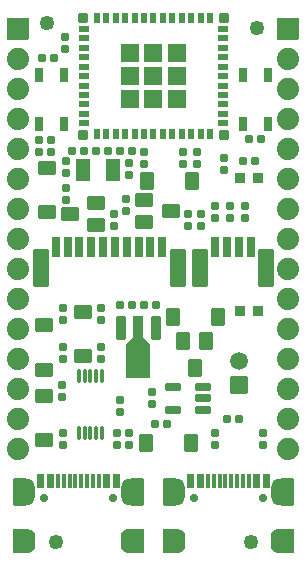
<source format=gbr>
G04 #@! TF.GenerationSoftware,KiCad,Pcbnew,7.0.9-7.0.9~ubuntu22.04.1*
G04 #@! TF.CreationDate,2023-12-08T11:13:10+02:00*
G04 #@! TF.ProjectId,ESP32-H2-DevKit-LiPo_Rev_A,45535033-322d-4483-922d-4465764b6974,A*
G04 #@! TF.SameCoordinates,PX7cc0090PY6a95280*
G04 #@! TF.FileFunction,Soldermask,Top*
G04 #@! TF.FilePolarity,Negative*
%FSLAX46Y46*%
G04 Gerber Fmt 4.6, Leading zero omitted, Abs format (unit mm)*
G04 Created by KiCad (PCBNEW 7.0.9-7.0.9~ubuntu22.04.1) date 2023-12-08 11:13:10*
%MOMM*%
%LPD*%
G01*
G04 APERTURE LIST*
G04 Aperture macros list*
%AMRoundRect*
0 Rectangle with rounded corners*
0 $1 Rounding radius*
0 $2 $3 $4 $5 $6 $7 $8 $9 X,Y pos of 4 corners*
0 Add a 4 corners polygon primitive as box body*
4,1,4,$2,$3,$4,$5,$6,$7,$8,$9,$2,$3,0*
0 Add four circle primitives for the rounded corners*
1,1,$1+$1,$2,$3*
1,1,$1+$1,$4,$5*
1,1,$1+$1,$6,$7*
1,1,$1+$1,$8,$9*
0 Add four rect primitives between the rounded corners*
20,1,$1+$1,$2,$3,$4,$5,0*
20,1,$1+$1,$4,$5,$6,$7,0*
20,1,$1+$1,$6,$7,$8,$9,0*
20,1,$1+$1,$8,$9,$2,$3,0*%
%AMFreePoly0*
4,1,15,0.335921,0.435921,0.338231,0.433452,1.038231,-0.366548,1.050687,-0.403379,1.033452,-0.438231,1.000000,-0.450800,-1.000000,-0.450800,-1.035921,-0.435921,-1.050800,-0.400000,-1.038231,-0.366548,-0.338231,0.433452,-0.303379,0.450687,-0.300000,0.450800,0.300000,0.450800,0.335921,0.435921,0.335921,0.435921,$1*%
G04 Aperture macros list end*
%ADD10RoundRect,0.050800X-0.275000X0.250000X-0.275000X-0.250000X0.275000X-0.250000X0.275000X0.250000X0*%
%ADD11RoundRect,0.050800X0.275000X-0.250000X0.275000X0.250000X-0.275000X0.250000X-0.275000X-0.250000X0*%
%ADD12RoundRect,0.050800X-0.250000X-0.275000X0.250000X-0.275000X0.250000X0.275000X-0.250000X0.275000X0*%
%ADD13RoundRect,0.050800X0.250000X0.275000X-0.250000X0.275000X-0.250000X-0.275000X0.250000X-0.275000X0*%
%ADD14RoundRect,0.050800X-0.700000X0.500000X-0.700000X-0.500000X0.700000X-0.500000X0.700000X0.500000X0*%
%ADD15RoundRect,0.050800X-0.500000X-0.700000X0.500000X-0.700000X0.500000X0.700000X-0.500000X0.700000X0*%
%ADD16C,1.254000*%
%ADD17RoundRect,0.050800X-0.325000X0.525000X-0.325000X-0.525000X0.325000X-0.525000X0.325000X0.525000X0*%
%ADD18RoundRect,0.050800X-0.125000X-0.500000X0.125000X-0.500000X0.125000X0.500000X-0.125000X0.500000X0*%
%ADD19RoundRect,0.050800X-0.400000X-0.400000X0.400000X-0.400000X0.400000X0.400000X-0.400000X0.400000X0*%
%ADD20RoundRect,0.050800X0.500000X-0.700000X0.500000X0.700000X-0.500000X0.700000X-0.500000X-0.700000X0*%
%ADD21RoundRect,0.050800X-0.600000X-0.275000X0.600000X-0.275000X0.600000X0.275000X-0.600000X0.275000X0*%
%ADD22C,0.701600*%
%ADD23RoundRect,0.050800X-0.550000X-1.100000X0.550000X-1.100000X0.550000X1.100000X-0.550000X1.100000X0*%
%ADD24O,1.301600X2.301600*%
%ADD25RoundRect,0.050800X-0.550000X-1.000000X0.550000X-1.000000X0.550000X1.000000X-0.550000X1.000000X0*%
%ADD26O,1.401600X2.101600*%
%ADD27RoundRect,0.050800X-0.150000X-0.575000X0.150000X-0.575000X0.150000X0.575000X-0.150000X0.575000X0*%
%ADD28RoundRect,0.050800X-0.125000X-0.575000X0.125000X-0.575000X0.125000X0.575000X-0.125000X0.575000X0*%
%ADD29RoundRect,0.050800X-0.700000X-0.500000X0.700000X-0.500000X0.700000X0.500000X-0.700000X0.500000X0*%
%ADD30RoundRect,0.050800X0.700000X0.500000X-0.700000X0.500000X-0.700000X-0.500000X0.700000X-0.500000X0*%
%ADD31RoundRect,0.050800X0.700000X-0.700000X0.700000X0.700000X-0.700000X0.700000X-0.700000X-0.700000X0*%
%ADD32C,1.501600*%
%ADD33RoundRect,0.050800X0.600000X1.550000X-0.600000X1.550000X-0.600000X-1.550000X0.600000X-1.550000X0*%
%ADD34RoundRect,0.050800X0.300000X0.775000X-0.300000X0.775000X-0.300000X-0.775000X0.300000X-0.775000X0*%
%ADD35RoundRect,0.050800X0.700000X-0.500000X0.700000X0.500000X-0.700000X0.500000X-0.700000X-0.500000X0*%
%ADD36RoundRect,0.050800X-0.500000X-0.900000X0.500000X-0.900000X0.500000X0.900000X-0.500000X0.900000X0*%
%ADD37RoundRect,0.050800X0.350000X0.950000X-0.350000X0.950000X-0.350000X-0.950000X0.350000X-0.950000X0*%
%ADD38RoundRect,0.050800X1.000000X1.300000X-1.000000X1.300000X-1.000000X-1.300000X1.000000X-1.300000X0*%
%ADD39FreePoly0,0.000000*%
%ADD40RoundRect,0.050800X0.400000X0.950000X-0.400000X0.950000X-0.400000X-0.950000X0.400000X-0.950000X0*%
%ADD41RoundRect,0.050800X0.400000X-0.200000X0.400000X0.200000X-0.400000X0.200000X-0.400000X-0.200000X0*%
%ADD42RoundRect,0.050800X-0.200000X-0.400000X0.200000X-0.400000X0.200000X0.400000X-0.200000X0.400000X0*%
%ADD43RoundRect,0.050800X0.725000X-0.725000X0.725000X0.725000X-0.725000X0.725000X-0.725000X-0.725000X0*%
%ADD44RoundRect,0.050800X-0.350000X-0.350000X0.350000X-0.350000X0.350000X0.350000X-0.350000X0.350000X0*%
%ADD45RoundRect,0.050800X-0.889000X0.889000X-0.889000X-0.889000X0.889000X-0.889000X0.889000X0.889000X0*%
%ADD46C,1.879600*%
G04 APERTURE END LIST*
D10*
X8255000Y18669000D03*
D11*
X8255000Y19685000D03*
D12*
X4318000Y44196000D03*
D13*
X3302000Y44196000D03*
D11*
X5207000Y45974000D03*
D10*
X5207000Y44958000D03*
D14*
X3429000Y15616000D03*
X3429000Y11816000D03*
D15*
X12070000Y11557000D03*
X15870000Y11557000D03*
D16*
X20955000Y3175000D03*
X21463000Y46736000D03*
X3683000Y47117000D03*
D11*
X9652000Y12446000D03*
D10*
X9652000Y11430000D03*
D11*
X5080000Y12446000D03*
D10*
X5080000Y11430000D03*
D11*
X21971000Y12446000D03*
D10*
X21971000Y11430000D03*
D17*
X5139000Y42715000D03*
X5139000Y38565000D03*
X2989000Y42715000D03*
X2989000Y38565000D03*
D18*
X6366000Y17259000D03*
X6866000Y17259000D03*
X7366000Y17259000D03*
X7866000Y17259000D03*
X8366000Y17259000D03*
X8366000Y12459000D03*
X7866000Y12459000D03*
X7366000Y12459000D03*
X6866000Y12459000D03*
X6366000Y12459000D03*
D13*
X11914000Y23241000D03*
D12*
X12930000Y23241000D03*
D10*
X17907000Y30607000D03*
D11*
X17907000Y31623000D03*
D13*
X3048000Y37211000D03*
D12*
X4064000Y37211000D03*
D19*
X21590000Y22733000D03*
X20066000Y22733000D03*
D15*
X14361000Y22225000D03*
X18161000Y22225000D03*
D20*
X17142460Y20193000D03*
X15240000Y20193000D03*
X16195040Y17983200D03*
D16*
X4445000Y3175000D03*
D12*
X19939000Y13589000D03*
D13*
X18923000Y13589000D03*
D11*
X19177000Y31623000D03*
D10*
X19177000Y30607000D03*
X15621000Y29972000D03*
D11*
X15621000Y30988000D03*
D21*
X16921000Y14417000D03*
X16921000Y15367000D03*
X16921000Y16317000D03*
X14321000Y16317000D03*
X14321000Y14417000D03*
D22*
X21940000Y6975000D03*
X16160000Y6975000D03*
D23*
X23977600Y7475000D03*
D24*
X23370000Y7475000D03*
X14730000Y7475000D03*
D23*
X14122400Y7475000D03*
D25*
X23977600Y3295000D03*
D26*
X23370000Y3295000D03*
X14730000Y3295000D03*
D25*
X14122400Y3295000D03*
D27*
X15725000Y8377000D03*
X16525000Y8377000D03*
D28*
X17800000Y8377000D03*
X18800000Y8377000D03*
X19300000Y8377000D03*
X20300000Y8377000D03*
D27*
X21575000Y8377000D03*
X22375000Y8377000D03*
X22125000Y8377000D03*
X21325000Y8377000D03*
D28*
X20800000Y8377000D03*
X19800000Y8377000D03*
X18300000Y8377000D03*
X17300000Y8377000D03*
D27*
X16775000Y8377000D03*
X15975000Y8377000D03*
D19*
X21590000Y34036000D03*
X20066000Y34036000D03*
D13*
X20320000Y35433000D03*
D12*
X21336000Y35433000D03*
D13*
X9882000Y23241000D03*
D12*
X10898000Y23241000D03*
D10*
X18669000Y34671000D03*
D11*
X18669000Y35687000D03*
D17*
X22411000Y42715000D03*
X22411000Y38565000D03*
X20261000Y42715000D03*
X20261000Y38565000D03*
D10*
X9906000Y14224000D03*
D11*
X9906000Y15240000D03*
D22*
X9240000Y6975000D03*
X3460000Y6975000D03*
D23*
X11277600Y7475000D03*
D24*
X10670000Y7475000D03*
X2030000Y7475000D03*
D23*
X1422400Y7475000D03*
D25*
X11277600Y3295000D03*
D26*
X10670000Y3295000D03*
X2030000Y3295000D03*
D25*
X1422400Y3295000D03*
D27*
X3025000Y8377000D03*
X3825000Y8377000D03*
D28*
X5100000Y8377000D03*
X6100000Y8377000D03*
X6600000Y8377000D03*
X7600000Y8377000D03*
D27*
X8875000Y8377000D03*
X9675000Y8377000D03*
X9425000Y8377000D03*
X8625000Y8377000D03*
D28*
X8100000Y8377000D03*
X7100000Y8377000D03*
X5600000Y8377000D03*
X4600000Y8377000D03*
D27*
X4075000Y8377000D03*
X3275000Y8377000D03*
D11*
X10414000Y32258000D03*
D10*
X10414000Y31242000D03*
D29*
X7838440Y30038040D03*
X7838440Y31940500D03*
X5628640Y30985460D03*
D30*
X11938000Y32191960D03*
X11938000Y30289500D03*
X14147800Y31244540D03*
D11*
X5334000Y33147000D03*
D10*
X5334000Y32131000D03*
D31*
X19920680Y16503650D03*
D32*
X19918140Y18533110D03*
D11*
X20447000Y31623000D03*
D10*
X20447000Y30607000D03*
D11*
X12573000Y15875000D03*
D10*
X12573000Y14859000D03*
X15240000Y35179000D03*
D11*
X15240000Y36195000D03*
X10668000Y12446000D03*
D10*
X10668000Y11430000D03*
D13*
X3048000Y36195000D03*
D12*
X4064000Y36195000D03*
D11*
X17907000Y12446000D03*
D10*
X17907000Y11430000D03*
X11938000Y35179000D03*
D11*
X11938000Y36195000D03*
D33*
X14740800Y26419000D03*
X3140800Y26419000D03*
D34*
X13440800Y28194000D03*
X12440800Y28194000D03*
X11440800Y28194000D03*
X10440800Y28194000D03*
X9440800Y28194000D03*
X8440800Y28194000D03*
X7440800Y28194000D03*
X6440800Y28194000D03*
X5440800Y28194000D03*
X4440800Y28194000D03*
D11*
X16764000Y30988000D03*
D10*
X16764000Y29972000D03*
D13*
X12827000Y13208000D03*
D12*
X13843000Y13208000D03*
D11*
X9398000Y30988000D03*
D10*
X9398000Y29972000D03*
D11*
X5334000Y35433000D03*
D10*
X5334000Y34417000D03*
D11*
X16383000Y36195000D03*
D10*
X16383000Y35179000D03*
D33*
X22256400Y26419000D03*
X16656400Y26419000D03*
D34*
X20956400Y28194000D03*
X19956400Y28194000D03*
X18956400Y28194000D03*
X17956400Y28194000D03*
D10*
X4953000Y15494000D03*
D11*
X4953000Y16510000D03*
D10*
X8255000Y21971000D03*
D11*
X8255000Y22987000D03*
D35*
X6731000Y22728000D03*
X6731000Y18928000D03*
D13*
X20828000Y37338000D03*
D12*
X21844000Y37338000D03*
D36*
X6751000Y34671000D03*
X9251000Y34671000D03*
D14*
X3429000Y21585000D03*
X3429000Y17785000D03*
D10*
X5080000Y21971000D03*
D11*
X5080000Y22987000D03*
D15*
X12197000Y33782000D03*
X15997000Y33782000D03*
D13*
X7874000Y36322000D03*
D12*
X8890000Y36322000D03*
D37*
X12930000Y21343000D03*
D38*
X11430000Y18493000D03*
D39*
X11430000Y20193000D03*
D40*
X11430000Y21343000D03*
D37*
X9930000Y21343000D03*
D35*
X3683000Y31120000D03*
X3683000Y34920000D03*
D12*
X10922000Y36322000D03*
D13*
X9906000Y36322000D03*
X5842000Y36322000D03*
D12*
X6858000Y36322000D03*
D41*
X6799600Y46662300D03*
X6799600Y45862300D03*
X6799600Y45062300D03*
X6799600Y44262300D03*
X6799600Y43462300D03*
X6799600Y42662300D03*
X6799600Y41862300D03*
X6799600Y41062300D03*
X6799600Y40262300D03*
X6799600Y39462300D03*
X6799600Y38662300D03*
D42*
X7899600Y37762300D03*
X8699600Y37762300D03*
X9499600Y37762300D03*
X10299600Y37762300D03*
X11099600Y37762300D03*
X11899600Y37762300D03*
X12699600Y37762300D03*
X13499600Y37762300D03*
X14299600Y37762300D03*
X15099600Y37762300D03*
X15899600Y37762300D03*
X16699600Y37762300D03*
X17499600Y37762300D03*
D41*
X18599600Y38662300D03*
X18599600Y39462300D03*
X18599600Y40262300D03*
X18599600Y41062300D03*
X18599600Y41862300D03*
X18599600Y42662300D03*
X18599600Y43462300D03*
X18599600Y44262300D03*
X18599600Y45062300D03*
X18599600Y45862300D03*
X18599600Y46662300D03*
D42*
X17499600Y47562300D03*
X16699600Y47562300D03*
X15899600Y47562300D03*
X15099600Y47562300D03*
X14299600Y47562300D03*
X13499600Y47562300D03*
X12699600Y47562300D03*
X11899600Y47562300D03*
X11099600Y47562300D03*
X10299600Y47562300D03*
X9499600Y47562300D03*
X8699600Y47562300D03*
X7899600Y47562300D03*
D43*
X10724600Y44637300D03*
X10724600Y42662300D03*
X10724600Y40687300D03*
X12699600Y44637300D03*
X12699600Y42662300D03*
X12699600Y40687300D03*
X14674600Y44637300D03*
X14674600Y42662300D03*
X14674600Y40687300D03*
D44*
X18649600Y47612300D03*
X18649600Y37712300D03*
X6749600Y37712300D03*
X6749600Y47612300D03*
D10*
X5080000Y18669000D03*
D11*
X5080000Y19685000D03*
X10668000Y35306000D03*
D10*
X10668000Y34290000D03*
D45*
X1270000Y46685000D03*
D46*
X1270000Y44145000D03*
X1270000Y41605000D03*
X1270000Y39065000D03*
X1270000Y36525000D03*
X1270000Y33985000D03*
X1270000Y31445000D03*
X1270000Y28905000D03*
X1270000Y26365000D03*
X1270000Y23825000D03*
X1270000Y21285000D03*
X1270000Y18745000D03*
X1270000Y16205000D03*
X1270000Y13665000D03*
X1270000Y11125000D03*
D45*
X24130000Y46685000D03*
D46*
X24130000Y44145000D03*
X24130000Y41605000D03*
X24130000Y39065000D03*
X24130000Y36525000D03*
X24130000Y33985000D03*
X24130000Y31445000D03*
X24130000Y28905000D03*
X24130000Y26365000D03*
X24130000Y23825000D03*
X24130000Y21285000D03*
X24130000Y18745000D03*
X24130000Y16205000D03*
X24130000Y13665000D03*
X24130000Y11125000D03*
M02*

</source>
